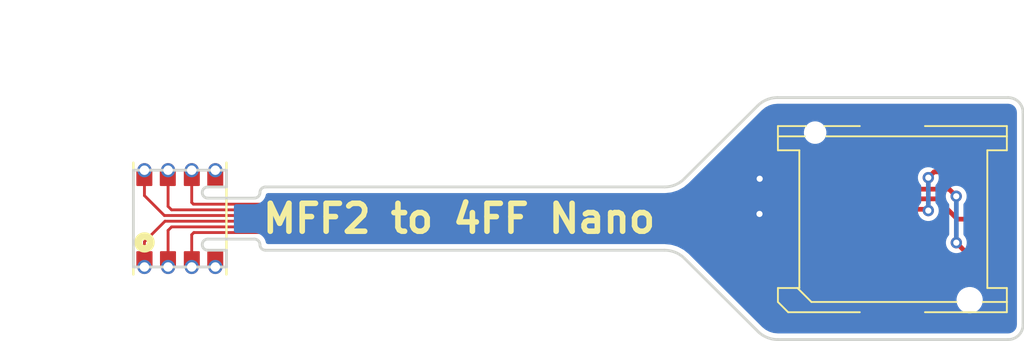
<source format=kicad_pcb>
(kicad_pcb (version 20171130) (host pcbnew "(5.1.6-87-g1447494bc)")

  (general
    (thickness 1.6)
    (drawings 67)
    (tracks 65)
    (zones 0)
    (modules 2)
    (nets 9)
  )

  (page USLetter)
  (title_block
    (title "MFF2 to 4FFNano Adapter")
    (date 2020-11-20)
    (rev v1.0)
    (company "Brett Walach")
  )

  (layers
    (0 F.Cu signal)
    (31 B.Cu signal)
    (33 F.Adhes user hide)
    (34 B.Paste user hide)
    (35 F.Paste user hide)
    (36 B.SilkS user)
    (37 F.SilkS user)
    (38 B.Mask user)
    (39 F.Mask user)
    (40 Dwgs.User user)
    (41 Cmts.User user hide)
    (42 Eco1.User user hide)
    (43 Eco2.User user hide)
    (44 Edge.Cuts user)
    (45 Margin user hide)
    (46 B.CrtYd user hide)
    (47 F.CrtYd user hide)
    (49 F.Fab user)
  )

  (setup
    (last_trace_width 0.1524)
    (user_trace_width 0.1524)
    (user_trace_width 0.254)
    (user_trace_width 0.4)
    (user_trace_width 0.6096)
    (trace_clearance 0.1524)
    (zone_clearance 0.254)
    (zone_45_only no)
    (trace_min 0.1524)
    (via_size 0.762)
    (via_drill 0.508)
    (via_min_size 0.6096)
    (via_min_drill 0.3302)
    (user_via 0.6096 0.3302)
    (user_via 1 0.6)
    (uvia_size 0.6858)
    (uvia_drill 0.3302)
    (uvias_allowed no)
    (uvia_min_size 0)
    (uvia_min_drill 0)
    (edge_width 0.15)
    (segment_width 0.2)
    (pcb_text_width 0.3)
    (pcb_text_size 1.5 1.5)
    (mod_edge_width 0.15)
    (mod_text_size 1 1)
    (mod_text_width 0.15)
    (pad_size 1.7 1.7)
    (pad_drill 1)
    (pad_to_mask_clearance 0.1)
    (aux_axis_origin 117.7 137.4)
    (grid_origin 117.7 137.4)
    (visible_elements FFFFEF7F)
    (pcbplotparams
      (layerselection 0x010fc_ffffffff)
      (usegerberextensions true)
      (usegerberattributes false)
      (usegerberadvancedattributes false)
      (creategerberjobfile false)
      (excludeedgelayer true)
      (linewidth 0.100000)
      (plotframeref false)
      (viasonmask false)
      (mode 1)
      (useauxorigin false)
      (hpglpennumber 1)
      (hpglpenspeed 20)
      (hpglpendiameter 15.000000)
      (psnegative false)
      (psa4output false)
      (plotreference true)
      (plotvalue true)
      (plotinvisibletext false)
      (padsonsilk false)
      (subtractmaskfromsilk false)
      (outputformat 1)
      (mirror false)
      (drillshape 0)
      (scaleselection 1)
      (outputdirectory "../gerbers"))
  )

  (net 0 "")
  (net 1 "Net-(U2-Pad4)")
  (net 2 "Net-(U2-Pad5)")
  (net 3 VPP)
  (net 4 MISO)
  (net 5 GND)
  (net 6 RST)
  (net 7 CLK)
  (net 8 +5V)

  (net_class Default "This is the default net class."
    (clearance 0.1524)
    (trace_width 0.254)
    (via_dia 0.762)
    (via_drill 0.508)
    (uvia_dia 0.6858)
    (uvia_drill 0.3302)
    (add_net +5V)
    (add_net CLK)
    (add_net GND)
    (add_net MISO)
    (add_net "Net-(U2-Pad4)")
    (add_net "Net-(U2-Pad5)")
    (add_net RST)
    (add_net VPP)
  )

  (net_class Large ""
    (clearance 0.254)
    (trace_width 0.61)
    (via_dia 1)
    (via_drill 0.6)
    (uvia_dia 0.6858)
    (uvia_drill 0.3302)
  )

  (module mff2-to-4ffnano:MFF2-castellated (layer F.Cu) (tedit 5FDD2F57) (tstamp 5FDDA739)
    (at 120.4 130.9 90)
    (path /5FCAEC80)
    (fp_text reference U2 (at -2.8 2.7) (layer F.SilkS) hide
      (effects (font (size 1.2065 1.2065) (thickness 0.09652)) (justify left bottom))
    )
    (fp_text value ESIMSON8 (at -3 4 -90) (layer F.Fab) hide
      (effects (font (size 1.2065 1.2065) (thickness 0.09652)) (justify left bottom))
    )
    (fp_text user "gnd pad" (at 0.02 0.85 90) (layer Dwgs.User)
      (effects (font (size 0.6 0.5) (thickness 0.025)))
    )
    (fp_text user bottom (at 0.01 0.06 90) (layer Dwgs.User)
      (effects (font (size 0.6 0.5) (thickness 0.025)))
    )
    (fp_text user "keep out" (at 0.01 -0.86 90) (layer Dwgs.User)
      (effects (font (size 0.6 0.5) (thickness 0.025)))
    )
    (fp_poly (pts (xy 2.6 2.28) (xy 1.8 2.28) (xy 1.8 1.52) (xy 2.6 1.52)) (layer F.Mask) (width 0.1))
    (fp_poly (pts (xy 2.6 1.02) (xy 1.8 1.02) (xy 1.8 0.26) (xy 2.6 0.26)) (layer F.Mask) (width 0.1))
    (fp_poly (pts (xy 2.6 -0.27) (xy 1.8 -0.27) (xy 1.8 -1.03) (xy 2.6 -1.03)) (layer F.Mask) (width 0.1))
    (fp_poly (pts (xy 2.6 -1.53) (xy 1.8 -1.53) (xy 1.8 -2.29) (xy 2.6 -2.29)) (layer F.Mask) (width 0.1))
    (fp_poly (pts (xy -1.8 2.28) (xy -2.6 2.28) (xy -2.6 1.52) (xy -1.8 1.52)) (layer F.Mask) (width 0.1))
    (fp_poly (pts (xy -1.8 1.02) (xy -2.6 1.02) (xy -2.6 0.26) (xy -1.8 0.26)) (layer F.Mask) (width 0.1))
    (fp_poly (pts (xy -1.8 -0.26) (xy -2.6 -0.26) (xy -2.6 -1.02) (xy -1.8 -1.02)) (layer F.Mask) (width 0.1))
    (fp_poly (pts (xy -1.8 -1.52) (xy -2.6 -1.52) (xy -2.6 -2.29) (xy -1.8 -2.29)) (layer F.Mask) (width 0.1))
    (fp_poly (pts (xy 2.6 2.28) (xy 1.8 2.28) (xy 1.8 1.52) (xy 2.6 1.52)) (layer F.Cu) (width 0.1))
    (fp_poly (pts (xy 2.6 1.02) (xy 1.8 1.02) (xy 1.8 0.26) (xy 2.6 0.26)) (layer F.Cu) (width 0.1))
    (fp_poly (pts (xy 2.6 -0.27) (xy 1.8 -0.27) (xy 1.8 -1.03) (xy 2.6 -1.03)) (layer F.Cu) (width 0.1))
    (fp_poly (pts (xy 2.6 -1.53) (xy 1.8 -1.53) (xy 1.8 -2.29) (xy 2.6 -2.29)) (layer F.Cu) (width 0.1))
    (fp_line (start -3 2.5) (end -3 -1.9) (layer F.Fab) (width 0.127))
    (fp_line (start -3 -1.9) (end -3 -2.5) (layer F.Fab) (width 0.127))
    (fp_line (start -3 -2.5) (end -2.4 -2.5) (layer F.Fab) (width 0.127))
    (fp_line (start -2.4 -2.5) (end 3 -2.5) (layer F.Fab) (width 0.127))
    (fp_line (start 3 -2.5) (end 3 2.5) (layer F.Fab) (width 0.127))
    (fp_line (start 3 2.5) (end -3 2.5) (layer F.Fab) (width 0.127))
    (fp_line (start -3 -2.5) (end -2.3 -2.5) (layer F.Fab) (width 0.127))
    (fp_circle (center -1.28 -1.9) (end -1.138582 -1.9) (layer F.SilkS) (width 0.4064))
    (fp_line (start 3 2.5) (end -3 2.5) (layer F.SilkS) (width 0.127))
    (fp_line (start -3 -2.5) (end 3 -2.5) (layer F.SilkS) (width 0.127))
    (fp_line (start -1.8 -2.3) (end -1.8 2.3) (layer Dwgs.User) (width 0.05))
    (fp_line (start -1.8 2.3) (end 1.8 2.3) (layer Dwgs.User) (width 0.05))
    (fp_line (start 1.8 2.3) (end 1.8 -2.3) (layer Dwgs.User) (width 0.05))
    (fp_line (start 1.8 -2.3) (end -1.8 -2.3) (layer Dwgs.User) (width 0.05))
    (fp_poly (pts (xy -1.8 -1.52) (xy -2.6 -1.52) (xy -2.6 -2.29) (xy -1.8 -2.29)) (layer F.Cu) (width 0.1))
    (fp_poly (pts (xy -1.8 -0.26) (xy -2.6 -0.26) (xy -2.6 -1.02) (xy -1.8 -1.02)) (layer F.Cu) (width 0.1))
    (fp_poly (pts (xy -1.8 1.02) (xy -2.6 1.02) (xy -2.6 0.26) (xy -1.8 0.26)) (layer F.Cu) (width 0.1))
    (fp_poly (pts (xy -1.8 2.28) (xy -2.6 2.28) (xy -2.6 1.52) (xy -1.8 1.52)) (layer F.Cu) (width 0.1))
    (pad 5 thru_hole circle (at 2.6 1.905 90) (size 0.762 0.762) (drill 0.508) (layers *.Cu *.Mask)
      (net 2 "Net-(U2-Pad5)"))
    (pad 6 thru_hole circle (at 2.6 0.635 90) (size 0.762 0.762) (drill 0.508) (layers *.Cu *.Mask)
      (net 7 CLK))
    (pad 7 thru_hole circle (at 2.6 -0.635 90) (size 0.762 0.762) (drill 0.508) (layers *.Cu *.Mask)
      (net 6 RST))
    (pad 8 thru_hole circle (at 2.6 -1.905 90) (size 0.762 0.762) (drill 0.508) (layers *.Cu *.Mask)
      (net 8 +5V))
    (pad 4 thru_hole circle (at -2.6 1.905 90) (size 0.762 0.762) (drill 0.508) (layers *.Cu *.Mask)
      (net 1 "Net-(U2-Pad4)"))
    (pad 3 thru_hole circle (at -2.6 0.635 90) (size 0.762 0.762) (drill 0.508) (layers *.Cu *.Mask)
      (net 4 MISO))
    (pad 2 thru_hole circle (at -2.6 -0.635 90) (size 0.762 0.762) (drill 0.508) (layers *.Cu *.Mask)
      (net 3 VPP))
    (pad 1 thru_hole circle (at -2.6 -1.905 90) (size 0.762 0.762) (drill 0.508) (layers *.Cu *.Mask)
      (net 5 GND))
  )

  (module mff2-to-4ffnano:GCT-SIM8100 (layer F.Cu) (tedit 0) (tstamp 5FCAAD58)
    (at 158.68 130.93 90)
    (path /5FCAD170)
    (fp_text reference U1 (at 5.21 4.29) (layer F.SilkS) hide
      (effects (font (size 1 1) (thickness 0.15)) (justify left bottom))
    )
    (fp_text value SIM-NANO-4FF (at -3.45 1.6 -90) (layer B.Fab)
      (effects (font (size 1.2065 1.2065) (thickness 0.09652)) (justify left bottom mirror))
    )
    (fp_line (start -5 -5.6) (end -5 6.15) (layer F.Fab) (width 0.1))
    (fp_line (start -5 6.15) (end -4.45 6.15) (layer F.Fab) (width 0.1))
    (fp_line (start -4.45 6.15) (end -3.7 6.15) (layer F.Fab) (width 0.1))
    (fp_line (start -3.7 6.15) (end -3.7 5.1) (layer F.Fab) (width 0.1))
    (fp_line (start -3.7 5.1) (end -3.4 5.1) (layer F.Fab) (width 0.1))
    (fp_line (start -3.4 5.1) (end -1.7 5.1) (layer F.Fab) (width 0.1))
    (fp_line (start -1.7 5.1) (end -0.85 5.1) (layer F.Fab) (width 0.1))
    (fp_line (start -0.85 5.1) (end 0.85 5.1) (layer F.Fab) (width 0.1))
    (fp_line (start 0.85 5.1) (end 1.7 5.1) (layer F.Fab) (width 0.1))
    (fp_line (start 1.7 5.1) (end 3.4 5.1) (layer F.Fab) (width 0.1))
    (fp_line (start 3.4 5.1) (end 3.7 5.1) (layer F.Fab) (width 0.1))
    (fp_line (start 3.7 5.1) (end 3.7 6.15) (layer F.Fab) (width 0.1))
    (fp_line (start 3.7 6.15) (end 4.45 6.15) (layer F.Fab) (width 0.1))
    (fp_line (start 4.45 6.15) (end 5 6.15) (layer F.Fab) (width 0.1))
    (fp_line (start 5 6.15) (end 5 -6.15) (layer F.Fab) (width 0.1))
    (fp_line (start 5 -6.15) (end 4.45 -6.15) (layer F.Fab) (width 0.1))
    (fp_line (start 4.45 -6.15) (end 3.7 -6.15) (layer F.Fab) (width 0.1))
    (fp_line (start 3.7 -6.15) (end 3.7 -5) (layer F.Fab) (width 0.1))
    (fp_line (start 3.7 -5) (end 3.4 -5) (layer F.Fab) (width 0.1))
    (fp_line (start 3.4 -5) (end 1.7 -5) (layer F.Fab) (width 0.1))
    (fp_line (start 1.7 -5) (end 0.85 -5) (layer F.Fab) (width 0.1))
    (fp_line (start 0.85 -5) (end -0.85 -5) (layer F.Fab) (width 0.1))
    (fp_line (start -0.85 -5) (end -1.7 -5) (layer F.Fab) (width 0.1))
    (fp_line (start -1.7 -5) (end -3.4 -5) (layer F.Fab) (width 0.1))
    (fp_line (start -3.4 -5) (end -3.7 -5) (layer F.Fab) (width 0.1))
    (fp_line (start -3.7 -5) (end -3.7 -5.1) (layer F.Fab) (width 0.1))
    (fp_line (start -3.7 -5.1) (end -3.7 -6.15) (layer F.Fab) (width 0.1))
    (fp_line (start -3.7 -6.15) (end -4.45 -6.15) (layer F.Fab) (width 0.1))
    (fp_line (start 4.45 -6.15) (end 4.45 6.15) (layer F.Fab) (width 0.1))
    (fp_line (start -4.45 -4.35) (end -4.45 6.15) (layer F.Fab) (width 0.1))
    (fp_line (start -3.7 -5.1) (end -4.45 -4.35) (layer F.Fab) (width 0.1))
    (fp_line (start -4.45 -6.15) (end -5 -5.6) (layer F.Fab) (width 0.1))
    (fp_line (start -2.2 -5.9) (end -2.2 -5.1) (layer F.Fab) (width 0.1))
    (fp_line (start -2.9 -5.9) (end -2.9 -5.1) (layer F.Fab) (width 0.1))
    (fp_line (start -2.9 -5.1) (end -3.4 -5.1) (layer F.Fab) (width 0.1))
    (fp_line (start -3.4 -5.1) (end -3.4 -5) (layer F.Fab) (width 0.1))
    (fp_line (start -2.2 -5.1) (end -1.7 -5.1) (layer F.Fab) (width 0.1))
    (fp_line (start -1.7 -5.1) (end -1.7 -5) (layer F.Fab) (width 0.1))
    (fp_line (start -0.35 -5.9) (end -0.35 -5.1) (layer F.Fab) (width 0.1))
    (fp_line (start -0.35 -5.1) (end -0.85 -5.1) (layer F.Fab) (width 0.1))
    (fp_line (start -0.85 -5.1) (end -0.85 -5) (layer F.Fab) (width 0.1))
    (fp_line (start 0.35 -5.9) (end 0.35 -5.1) (layer F.Fab) (width 0.1))
    (fp_line (start 0.35 -5.1) (end 0.85 -5.1) (layer F.Fab) (width 0.1))
    (fp_line (start 0.85 -5.1) (end 0.85 -5) (layer F.Fab) (width 0.1))
    (fp_line (start 2.2 -5.9) (end 2.2 -5.1) (layer F.Fab) (width 0.1))
    (fp_line (start 2.2 -5.1) (end 1.7 -5.1) (layer F.Fab) (width 0.1))
    (fp_line (start 1.7 -5.1) (end 1.7 -5) (layer F.Fab) (width 0.1))
    (fp_line (start 2.9 -5.9) (end 2.9 -5.1) (layer F.Fab) (width 0.1))
    (fp_line (start 2.9 -5.1) (end 3.4 -5.1) (layer F.Fab) (width 0.1))
    (fp_line (start 3.4 -5.1) (end 3.4 -5) (layer F.Fab) (width 0.1))
    (fp_line (start -2.9 5.9) (end -2.9 5.2) (layer F.Fab) (width 0.1))
    (fp_line (start -2.9 5.2) (end -3.4 5.2) (layer F.Fab) (width 0.1))
    (fp_line (start -3.4 5.2) (end -3.4 5.1) (layer F.Fab) (width 0.1))
    (fp_line (start -2.2 5.9) (end -2.2 5.2) (layer F.Fab) (width 0.1))
    (fp_line (start -2.2 5.2) (end -1.7 5.2) (layer F.Fab) (width 0.1))
    (fp_line (start 2.2 5.9) (end 2.2 5.2) (layer F.Fab) (width 0.1))
    (fp_line (start 2.2 5.2) (end 1.7 5.2) (layer F.Fab) (width 0.1))
    (fp_line (start 2.9 5.9) (end 2.9 5.2) (layer F.Fab) (width 0.1))
    (fp_line (start 2.9 5.2) (end 3.4 5.2) (layer F.Fab) (width 0.1))
    (fp_line (start 3.4 5.2) (end 3.4 5.1) (layer F.Fab) (width 0.1))
    (fp_line (start 1.7 5.2) (end 1.7 5.1) (layer F.Fab) (width 0.1))
    (fp_line (start -1.7 5.2) (end -1.7 5.1) (layer F.Fab) (width 0.1))
    (fp_line (start -0.35 5.9) (end -0.35 5.2) (layer F.Fab) (width 0.1))
    (fp_line (start -0.35 5.2) (end -0.85 5.2) (layer F.Fab) (width 0.1))
    (fp_line (start 0.35 5.9) (end 0.35 5.2) (layer F.Fab) (width 0.1))
    (fp_line (start 0.35 5.2) (end 0.85 5.2) (layer F.Fab) (width 0.1))
    (fp_line (start -0.85 5.2) (end -0.85 5.1) (layer F.Fab) (width 0.1))
    (fp_line (start 0.85 5.2) (end 0.85 5.1) (layer F.Fab) (width 0.1))
    (fp_line (start -3.7 -6.15) (end -4.45 -6.15) (layer F.SilkS) (width 0.1))
    (fp_line (start -4.45 -6.15) (end -5 -5.6) (layer F.SilkS) (width 0.1))
    (fp_line (start -5 -5.6) (end -5 -1.75) (layer F.SilkS) (width 0.1))
    (fp_line (start -3.7 -6.15) (end -3.7 -5.1) (layer F.SilkS) (width 0.1))
    (fp_line (start -3.7 -5.1) (end -3.7 -5) (layer F.SilkS) (width 0.1))
    (fp_line (start -3.7 -5) (end 3.7 -5) (layer F.SilkS) (width 0.1))
    (fp_line (start 3.7 -5) (end 3.7 -6.15) (layer F.SilkS) (width 0.1))
    (fp_line (start 3.7 -6.15) (end 4.45 -6.15) (layer F.SilkS) (width 0.1))
    (fp_line (start 4.45 -6.15) (end 5 -6.15) (layer F.SilkS) (width 0.1))
    (fp_line (start 5 1.75) (end 5 6.15) (layer F.SilkS) (width 0.1))
    (fp_line (start 5 6.15) (end 4.45 6.15) (layer F.SilkS) (width 0.1))
    (fp_line (start 4.45 6.15) (end 3.7 6.15) (layer F.SilkS) (width 0.1))
    (fp_line (start 3.7 6.15) (end 3.7 5.1) (layer F.SilkS) (width 0.1))
    (fp_line (start 3.7 5.1) (end -3.7 5.1) (layer F.SilkS) (width 0.1))
    (fp_line (start -3.7 5.1) (end -3.7 6.15) (layer F.SilkS) (width 0.1))
    (fp_line (start -3.7 6.15) (end -4.45 6.15) (layer F.SilkS) (width 0.1))
    (fp_line (start -4.45 6.15) (end -5 6.15) (layer F.SilkS) (width 0.1))
    (fp_line (start -5 6.15) (end -5 1.75) (layer F.SilkS) (width 0.1))
    (fp_line (start -3.7 -5.1) (end -4.45 -4.35) (layer F.SilkS) (width 0.1))
    (fp_line (start 4.45 -6.15) (end 4.45 -4.7) (layer F.SilkS) (width 0.1))
    (fp_line (start 4.45 -3.55) (end 4.45 6.15) (layer F.SilkS) (width 0.1))
    (fp_line (start 5 -6.15) (end 5 -4.65) (layer F.SilkS) (width 0.1))
    (fp_line (start 5 -3.65) (end 5 -1.75) (layer F.SilkS) (width 0.1))
    (fp_line (start -4.45 6.15) (end -4.45 4.85) (layer F.SilkS) (width 0.1))
    (fp_line (start -4.45 3.45) (end -4.45 -4.35) (layer F.SilkS) (width 0.1))
    (fp_arc (start -2.55 -5.780799) (end -2.9 -5.9) (angle 142.385248) (layer F.Fab) (width 0.1))
    (fp_arc (start 0 -5.779999) (end -0.35 -5.9) (angle 142.150711) (layer F.Fab) (width 0.1))
    (fp_arc (start 2.55 -5.7802) (end 2.2 -5.9) (angle 142.209315) (layer F.Fab) (width 0.1))
    (fp_arc (start -2.55 5.779999) (end -2.9 5.9) (angle -142.150711) (layer F.Fab) (width 0.1))
    (fp_arc (start 2.55 5.779999) (end 2.2 5.9) (angle -142.150711) (layer F.Fab) (width 0.1))
    (fp_arc (start 0 5.785) (end -0.35 5.9) (angle -143.621909) (layer F.Fab) (width 0.1))
    (pad C6 smd rect (at 0 -5.8 90) (size 1 1.1) (layers F.Cu F.Paste F.Mask)
      (net 3 VPP) (solder_mask_margin 0.1016))
    (pad C7 smd rect (at -2.54 -5.8 90) (size 1 1.1) (layers F.Cu F.Paste F.Mask)
      (net 4 MISO) (solder_mask_margin 0.1016))
    (pad C5 smd rect (at 2.54 -5.8 90) (size 1 1.1) (layers F.Cu F.Paste F.Mask)
      (net 5 GND) (solder_mask_margin 0.1016))
    (pad C2 smd rect (at 0 5.8 90) (size 1 1.1) (layers F.Cu F.Paste F.Mask)
      (net 6 RST) (solder_mask_margin 0.1016))
    (pad C3 smd rect (at -2.54 5.8 90) (size 1 1.1) (layers F.Cu F.Paste F.Mask)
      (net 7 CLK) (solder_mask_margin 0.1016))
    (pad C1 smd rect (at 2.54 5.8 90) (size 1 1.1) (layers F.Cu F.Paste F.Mask)
      (net 8 +5V) (solder_mask_margin 0.1016))
    (pad NC@1 smd rect (at -5.3 0 90) (size 1 3) (layers F.Cu F.Paste F.Mask)
      (solder_mask_margin 0.1016))
    (pad NC@2 smd rect (at 5.3 0 90) (size 1 3) (layers F.Cu F.Paste F.Mask)
      (solder_mask_margin 0.1016))
    (pad "" np_thru_hole circle (at 4.65 -4.15 90) (size 0.7 0.7) (drill 0.7) (layers *.Cu *.Mask))
    (pad "" np_thru_hole circle (at -4.35 4.15 90) (size 0.9 0.9) (drill 0.9) (layers *.Cu *.Mask))
  )

  (gr_text "MFF2 to 4FF Nano\n" (at 135.4 130.9) (layer F.SilkS)
    (effects (font (size 1.5 1.5) (thickness 0.3)))
  )
  (gr_arc (start 164.9 136.6) (end 164.9 137.4) (angle -90) (layer Edge.Cuts) (width 0.15))
  (gr_arc (start 164.9 125.2) (end 165.7 125.2) (angle -90) (layer Edge.Cuts) (width 0.15))
  (gr_arc (start 152.525 135.871931) (end 151.464341 136.97193) (angle -43.95690714) (layer Edge.Cuts) (width 0.15) (tstamp 5FDDCA3B))
  (gr_arc (start 146.43934 134.128069) (end 147.499999 133.02807) (angle -43.9569081) (layer Edge.Cuts) (width 0.15))
  (gr_arc (start 152.5 125.9) (end 152.5 124.4) (angle -45) (layer Edge.Cuts) (width 0.15) (tstamp 5FDDC9EE))
  (gr_arc (start 146.43934 127.7) (end 146.43934 129.2) (angle -45) (layer Edge.Cuts) (width 0.15))
  (gr_line (start 125 132.6) (end 146.43934 132.6) (layer Edge.Cuts) (width 0.15) (tstamp 5FDDC9D1))
  (gr_line (start 125 129.2) (end 146.43934 129.2) (layer Edge.Cuts) (width 0.15))
  (gr_arc (start 125 129.5) (end 125 129.2) (angle -90) (layer Edge.Cuts) (width 0.15))
  (gr_arc (start 124.4 129.5) (end 124.4 129.8) (angle -90) (layer Edge.Cuts) (width 0.15))
  (gr_line (start 121.9 129.8) (end 124.4 129.8) (layer Edge.Cuts) (width 0.15))
  (gr_arc (start 121.9 129.5) (end 121.9 129.2) (angle -180) (layer Edge.Cuts) (width 0.15))
  (gr_arc (start 125 132.3) (end 124.7 132.3) (angle -90) (layer Edge.Cuts) (width 0.15))
  (gr_arc (start 124.4 132.3) (end 124.7 132.3) (angle -90) (layer Edge.Cuts) (width 0.15))
  (gr_line (start 151.43934 124.83934) (end 147.5 128.76066) (layer Edge.Cuts) (width 0.15))
  (gr_line (start 122.9 129.2) (end 121.9 129.2) (layer Edge.Cuts) (width 0.15))
  (gr_arc (start 121.9 132.3) (end 121.9 132) (angle -180) (layer Edge.Cuts) (width 0.15))
  (gr_line (start 122.9 132.6) (end 121.9 132.6) (layer Edge.Cuts) (width 0.15))
  (gr_line (start 124.4 132) (end 121.9 132) (layer Edge.Cuts) (width 0.15))
  (gr_line (start 151.464341 136.97193) (end 147.499999 133.02807) (layer Edge.Cuts) (width 0.15))
  (gr_line (start 122.9 133.5) (end 122.9 132.6) (layer Edge.Cuts) (width 0.15))
  (gr_line (start 117.9 133.5) (end 122.9 133.5) (layer Edge.Cuts) (width 0.15))
  (gr_line (start 122.9 128.3) (end 122.9 129.2) (layer Edge.Cuts) (width 0.15))
  (gr_line (start 117.9 128.3) (end 122.9 128.3) (layer Edge.Cuts) (width 0.15))
  (dimension 13 (width 0.15) (layer Dwgs.User)
    (gr_text "13.000 mm" (at 114.4 130.9 90) (layer Dwgs.User)
      (effects (font (size 1 1) (thickness 0.15)))
    )
    (feature1 (pts (xy 117.7 124.4) (xy 115.113579 124.4)))
    (feature2 (pts (xy 117.7 137.4) (xy 115.113579 137.4)))
    (crossbar (pts (xy 115.7 137.4) (xy 115.7 124.4)))
    (arrow1a (pts (xy 115.7 124.4) (xy 116.286421 125.526504)))
    (arrow1b (pts (xy 115.7 124.4) (xy 115.113579 125.526504)))
    (arrow2a (pts (xy 115.7 137.4) (xy 116.286421 136.273496)))
    (arrow2b (pts (xy 115.7 137.4) (xy 115.113579 136.273496)))
  )
  (dimension 48 (width 0.15) (layer Dwgs.User)
    (gr_text "48.000 mm" (at 141.7 119.854033) (layer Dwgs.User)
      (effects (font (size 1 1) (thickness 0.15)))
    )
    (feature1 (pts (xy 117.7 123.8) (xy 117.7 120.567612)))
    (feature2 (pts (xy 165.7 123.8) (xy 165.7 120.567612)))
    (crossbar (pts (xy 165.7 121.154033) (xy 117.7 121.154033)))
    (arrow1a (pts (xy 117.7 121.154033) (xy 118.826504 120.567612)))
    (arrow1b (pts (xy 117.7 121.154033) (xy 118.826504 121.740454)))
    (arrow2a (pts (xy 165.7 121.154033) (xy 164.573496 120.567612)))
    (arrow2b (pts (xy 165.7 121.154033) (xy 164.573496 121.740454)))
  )
  (gr_line (start 118.25 133.1) (end 118.25 128.7) (layer Dwgs.User) (width 0.01) (tstamp 5FCAB8BB))
  (gr_line (start 122.55 133.1) (end 118.25 133.1) (layer Dwgs.User) (width 0.01) (tstamp 5FCAB8BA))
  (gr_line (start 122.55 128.7) (end 122.55 133.1) (layer Dwgs.User) (width 0.01) (tstamp 5FCAB8B9))
  (gr_line (start 118.25 128.7) (end 122.55 128.7) (layer Dwgs.User) (width 0.01) (tstamp 5FCAB8B8))
  (gr_line (start 122.06 134.05) (end 122.06 133.1) (layer Dwgs.User) (width 0.01) (tstamp 5FCAB87C))
  (gr_line (start 122.55 133.1) (end 122.55 134.05) (layer Dwgs.User) (width 0.01) (tstamp 5FCAB87B))
  (gr_line (start 122.55 134.05) (end 122.06 134.05) (layer Dwgs.User) (width 0.01) (tstamp 5FCAB87A))
  (gr_line (start 122.06 133.1) (end 122.55 133.1) (layer Dwgs.User) (width 0.01) (tstamp 5FCAB879))
  (gr_line (start 120.79 134.05) (end 120.79 133.1) (layer Dwgs.User) (width 0.01) (tstamp 5FCAB87C))
  (gr_line (start 121.28 133.1) (end 121.28 134.05) (layer Dwgs.User) (width 0.01) (tstamp 5FCAB87B))
  (gr_line (start 121.28 134.05) (end 120.79 134.05) (layer Dwgs.User) (width 0.01) (tstamp 5FCAB87A))
  (gr_line (start 120.79 133.1) (end 121.28 133.1) (layer Dwgs.User) (width 0.01) (tstamp 5FCAB879))
  (gr_line (start 119.52 134.05) (end 119.52 133.1) (layer Dwgs.User) (width 0.01) (tstamp 5FCAB87C))
  (gr_line (start 120.01 133.1) (end 120.01 134.05) (layer Dwgs.User) (width 0.01) (tstamp 5FCAB87B))
  (gr_line (start 120.01 134.05) (end 119.52 134.05) (layer Dwgs.User) (width 0.01) (tstamp 5FCAB87A))
  (gr_line (start 119.52 133.1) (end 120.01 133.1) (layer Dwgs.User) (width 0.01) (tstamp 5FCAB879))
  (gr_line (start 118.25 134.05) (end 118.25 133.1) (layer Dwgs.User) (width 0.01) (tstamp 5FCAB87C))
  (gr_line (start 118.74 133.1) (end 118.74 134.05) (layer Dwgs.User) (width 0.01) (tstamp 5FCAB87B))
  (gr_line (start 118.74 134.05) (end 118.25 134.05) (layer Dwgs.User) (width 0.01) (tstamp 5FCAB87A))
  (gr_line (start 118.25 133.1) (end 118.74 133.1) (layer Dwgs.User) (width 0.01) (tstamp 5FCAB879))
  (gr_line (start 122.06 128.7) (end 122.06 127.75) (layer Dwgs.User) (width 0.01) (tstamp 5FCAB87C))
  (gr_line (start 122.55 127.75) (end 122.55 128.7) (layer Dwgs.User) (width 0.01) (tstamp 5FCAB87B))
  (gr_line (start 122.55 128.7) (end 122.06 128.7) (layer Dwgs.User) (width 0.01) (tstamp 5FCAB87A))
  (gr_line (start 122.06 127.75) (end 122.55 127.75) (layer Dwgs.User) (width 0.01) (tstamp 5FCAB879))
  (gr_line (start 120.79 128.7) (end 120.79 127.75) (layer Dwgs.User) (width 0.01) (tstamp 5FCAB87C))
  (gr_line (start 121.28 127.75) (end 121.28 128.7) (layer Dwgs.User) (width 0.01) (tstamp 5FCAB87B))
  (gr_line (start 121.28 128.7) (end 120.79 128.7) (layer Dwgs.User) (width 0.01) (tstamp 5FCAB87A))
  (gr_line (start 120.79 127.75) (end 121.28 127.75) (layer Dwgs.User) (width 0.01) (tstamp 5FCAB879))
  (gr_line (start 119.52 128.7) (end 119.52 127.75) (layer Dwgs.User) (width 0.01) (tstamp 5FCAB87C))
  (gr_line (start 120.01 127.75) (end 120.01 128.7) (layer Dwgs.User) (width 0.01) (tstamp 5FCAB87B))
  (gr_line (start 120.01 128.7) (end 119.52 128.7) (layer Dwgs.User) (width 0.01) (tstamp 5FCAB87A))
  (gr_line (start 119.52 127.75) (end 120.01 127.75) (layer Dwgs.User) (width 0.01) (tstamp 5FCAB879))
  (gr_line (start 118.25 128.7) (end 118.25 127.75) (layer Dwgs.User) (width 0.01) (tstamp 5FCAB819))
  (gr_line (start 118.74 128.7) (end 118.25 128.7) (layer Dwgs.User) (width 0.01))
  (gr_line (start 118.74 127.75) (end 118.74 128.7) (layer Dwgs.User) (width 0.01))
  (gr_line (start 118.25 127.75) (end 118.74 127.75) (layer Dwgs.User) (width 0.01))
  (gr_line (start 152.525 137.4) (end 164.9 137.4) (angle 90) (layer Edge.Cuts) (width 0.15) (tstamp 5DE58491))
  (gr_line (start 165.7 136.6) (end 165.7 125.2) (angle 90) (layer Edge.Cuts) (width 0.15) (tstamp 5EE7CC9D))
  (gr_line (start 164.9 124.4) (end 152.5 124.4) (angle 90) (layer Edge.Cuts) (width 0.15) (tstamp 5DE58497))
  (gr_line (start 117.9 128.3) (end 117.9 133.5) (angle 90) (layer Edge.Cuts) (width 0.15) (tstamp 5DE59E28))

  (segment (start 119.765 131.535) (end 119.954811 131.345189) (width 0.1524) (layer F.Cu) (net 3))
  (segment (start 119.765 133.5) (end 119.765 131.535) (width 0.1524) (layer F.Cu) (net 3))
  (segment (start 152.464811 131.345189) (end 152.88 130.93) (width 0.1524) (layer F.Cu) (net 3))
  (segment (start 119.954811 131.345189) (end 152.464811 131.345189) (width 0.1524) (layer F.Cu) (net 3))
  (segment (start 121.035 132.895) (end 121.035 133.5) (width 0.1524) (layer F.Cu) (net 4))
  (segment (start 152.88 133.47) (end 152.82 133.47) (width 0.1524) (layer F.Cu) (net 4))
  (segment (start 121.035 131.765) (end 121.035 132.895) (width 0.1524) (layer F.Cu) (net 4))
  (segment (start 151 131.65) (end 121.15 131.65) (width 0.1524) (layer F.Cu) (net 4))
  (segment (start 121.15 131.65) (end 121.035 131.765) (width 0.1524) (layer F.Cu) (net 4))
  (segment (start 152.82 133.47) (end 151 131.65) (width 0.1524) (layer F.Cu) (net 4))
  (segment (start 152.87 128.4) (end 152.88 128.39) (width 0.1524) (layer F.Cu) (net 5))
  (via (at 151.54 130.65) (size 0.6096) (drill 0.3302) (layers F.Cu B.Cu) (net 5))
  (via (at 151.550006 128.76) (size 0.6096) (drill 0.3302) (layers F.Cu B.Cu) (net 5))
  (segment (start 151.54 130.65) (end 151.54 128.770006) (width 0.254) (layer B.Cu) (net 5))
  (segment (start 151.54 128.770006) (end 151.550006 128.76) (width 0.254) (layer B.Cu) (net 5))
  (segment (start 152.87 128.4) (end 151.910006 128.4) (width 0.254) (layer F.Cu) (net 5))
  (segment (start 151.910006 128.4) (end 151.550006 128.76) (width 0.254) (layer F.Cu) (net 5))
  (segment (start 151.149622 131.040378) (end 151.54 130.65) (width 0.1524) (layer F.Cu) (net 5))
  (segment (start 119.599622 131.040378) (end 151.149622 131.040378) (width 0.1524) (layer F.Cu) (net 5))
  (segment (start 118.495 132.145) (end 119.599622 131.040378) (width 0.1524) (layer F.Cu) (net 5))
  (segment (start 118.495 133.5) (end 118.495 132.145) (width 0.1524) (layer F.Cu) (net 5))
  (segment (start 155.21 129.84) (end 154.72 129.84) (width 0.254) (layer F.Cu) (net 6))
  (segment (start 161.08 129.84) (end 155.21 129.84) (width 0.254) (layer F.Cu) (net 6))
  (segment (start 162.17 130.93) (end 161.08 129.84) (width 0.254) (layer F.Cu) (net 6))
  (segment (start 164.48 130.93) (end 162.17 130.93) (width 0.254) (layer F.Cu) (net 6))
  (segment (start 154.595189 129.715189) (end 154.72 129.84) (width 0.1524) (layer F.Cu) (net 6))
  (segment (start 119.765 128.3) (end 119.765 130.245) (width 0.1524) (layer F.Cu) (net 6))
  (segment (start 151.083744 129.715189) (end 154.595189 129.715189) (width 0.1524) (layer F.Cu) (net 6))
  (segment (start 119.950756 130.430756) (end 150.368177 130.430756) (width 0.1524) (layer F.Cu) (net 6))
  (segment (start 119.765 130.245) (end 119.950756 130.430756) (width 0.1524) (layer F.Cu) (net 6))
  (segment (start 150.368177 130.430756) (end 151.083744 129.715189) (width 0.1524) (layer F.Cu) (net 6))
  (segment (start 164.47 133.46) (end 164.48 133.47) (width 0.1524) (layer F.Cu) (net 7))
  (segment (start 163.38 133.46) (end 162.115 132.195) (width 0.254) (layer F.Cu) (net 7))
  (via (at 162.115 132.195) (size 0.6096) (drill 0.3302) (layers F.Cu B.Cu) (net 7))
  (segment (start 164.47 133.46) (end 163.38 133.46) (width 0.254) (layer F.Cu) (net 7))
  (via (at 162.11 129.7) (size 0.6096) (drill 0.3302) (layers F.Cu B.Cu) (net 7))
  (segment (start 162.115 132.195) (end 162.115 129.705) (width 0.254) (layer B.Cu) (net 7))
  (segment (start 162.115 129.705) (end 162.11 129.7) (width 0.254) (layer B.Cu) (net 7))
  (segment (start 154.25 129.41) (end 154.34 129.32) (width 0.1524) (layer F.Cu) (net 7))
  (segment (start 150.957868 129.41) (end 154.25 129.41) (width 0.1524) (layer F.Cu) (net 7))
  (segment (start 150.247868 130.12) (end 150.957868 129.41) (width 0.1524) (layer F.Cu) (net 7))
  (segment (start 154.34 129.32) (end 160.140631 129.32) (width 0.254) (layer F.Cu) (net 7))
  (segment (start 160.140631 129.32) (end 160.141243 129.319388) (width 0.254) (layer F.Cu) (net 7))
  (segment (start 161.729388 129.319388) (end 162.11 129.7) (width 0.254) (layer F.Cu) (net 7))
  (segment (start 160.141243 129.319388) (end 161.729388 129.319388) (width 0.254) (layer F.Cu) (net 7))
  (segment (start 150.247868 130.12) (end 131.22 130.12) (width 0.1524) (layer F.Cu) (net 7))
  (segment (start 131.22 130.12) (end 131.214054 130.125946) (width 0.1524) (layer F.Cu) (net 7))
  (segment (start 131.214054 130.125946) (end 121.125946 130.125946) (width 0.1524) (layer F.Cu) (net 7))
  (segment (start 121.035 130.035) (end 121.035 128.50361) (width 0.1524) (layer F.Cu) (net 7))
  (segment (start 121.125946 130.125946) (end 121.035 130.035) (width 0.1524) (layer F.Cu) (net 7))
  (via (at 160.61 128.7) (size 0.6096) (drill 0.3302) (layers F.Cu B.Cu) (net 8))
  (segment (start 160.92 128.39) (end 164.48 128.39) (width 0.254) (layer F.Cu) (net 8))
  (segment (start 160.61 128.7) (end 160.92 128.39) (width 0.254) (layer F.Cu) (net 8))
  (segment (start 160.61 130.469998) (end 160.610002 130.47) (width 0.254) (layer B.Cu) (net 8))
  (via (at 160.610002 130.47) (size 0.6096) (drill 0.3302) (layers F.Cu B.Cu) (net 8))
  (segment (start 160.61 128.7) (end 160.61 130.469998) (width 0.254) (layer B.Cu) (net 8))
  (segment (start 160.540002 130.4) (end 160.610002 130.47) (width 0.254) (layer F.Cu) (net 8))
  (segment (start 154.63 130.4) (end 160.540002 130.4) (width 0.254) (layer F.Cu) (net 8))
  (segment (start 154.46 130.23) (end 154.63 130.4) (width 0.254) (layer F.Cu) (net 8))
  (segment (start 118.495 129.665) (end 118.495 128.3) (width 0.1524) (layer F.Cu) (net 8))
  (segment (start 119.565567 130.735567) (end 118.495 129.665) (width 0.1524) (layer F.Cu) (net 8))
  (segment (start 151.21 130.02) (end 150.494433 130.735567) (width 0.1524) (layer F.Cu) (net 8))
  (segment (start 150.494433 130.735567) (end 119.565567 130.735567) (width 0.1524) (layer F.Cu) (net 8))
  (segment (start 154.25 130.02) (end 151.21 130.02) (width 0.1524) (layer F.Cu) (net 8))
  (segment (start 154.46 130.23) (end 154.25 130.02) (width 0.1524) (layer F.Cu) (net 8))

  (zone (net 5) (net_name GND) (layer B.Cu) (tstamp 0) (hatch edge 0.508)
    (connect_pads (clearance 0.254))
    (min_thickness 0.254)
    (fill yes (arc_segments 32) (thermal_gap 0.508) (thermal_bridge_width 0.508))
    (polygon
      (pts
        (xy 124.5 132) (xy 123.3 132) (xy 123.3 129.8) (xy 124.5 129.8) (xy 125 129.2)
        (xy 135.95 129.2) (xy 146.6 129.2) (xy 147.4 128.8) (xy 151.7 124.6) (xy 152.4 124.4)
        (xy 165.1 124.4) (xy 165.6 124.8) (xy 165.7 136.8) (xy 165.2 137.4) (xy 152.4 137.4)
        (xy 151.6 137.1) (xy 147.4 132.9) (xy 146.6 132.6) (xy 125 132.6)
      )
    )
    (filled_polygon
      (pts
        (xy 164.966393 124.864697) (xy 165.030255 124.883978) (xy 165.089156 124.915296) (xy 165.140853 124.957459) (xy 165.183377 125.008862)
        (xy 165.215106 125.067543) (xy 165.234832 125.131269) (xy 165.244001 125.218506) (xy 165.244 136.577694) (xy 165.235303 136.666392)
        (xy 165.216022 136.730254) (xy 165.184703 136.789157) (xy 165.14254 136.840854) (xy 165.09114 136.883376) (xy 165.032456 136.915106)
        (xy 164.968734 136.934831) (xy 164.881503 136.944) (xy 152.547306 136.944) (xy 152.317192 136.921437) (xy 152.117298 136.861086)
        (xy 151.931442 136.762264) (xy 151.768795 136.631594) (xy 150.327911 135.198154) (xy 161.999 135.198154) (xy 161.999 135.361846)
        (xy 162.030935 135.522394) (xy 162.093577 135.673626) (xy 162.18452 135.809732) (xy 162.300268 135.92548) (xy 162.436374 136.016423)
        (xy 162.587606 136.079065) (xy 162.748154 136.111) (xy 162.911846 136.111) (xy 163.072394 136.079065) (xy 163.223626 136.016423)
        (xy 163.359732 135.92548) (xy 163.47548 135.809732) (xy 163.566423 135.673626) (xy 163.629065 135.522394) (xy 163.661 135.361846)
        (xy 163.661 135.198154) (xy 163.629065 135.037606) (xy 163.566423 134.886374) (xy 163.47548 134.750268) (xy 163.359732 134.63452)
        (xy 163.223626 134.543577) (xy 163.072394 134.480935) (xy 162.911846 134.449) (xy 162.748154 134.449) (xy 162.587606 134.480935)
        (xy 162.436374 134.543577) (xy 162.300268 134.63452) (xy 162.18452 134.750268) (xy 162.093577 134.886374) (xy 162.030935 135.037606)
        (xy 161.999 135.198154) (xy 150.327911 135.198154) (xy 147.805724 132.688998) (xy 147.753576 132.646428) (xy 147.751992 132.645587)
        (xy 147.570557 132.499822) (xy 147.537363 132.478118) (xy 147.50464 132.455712) (xy 147.499039 132.452684) (xy 147.235721 132.312675)
        (xy 147.19752 132.29693) (xy 147.159522 132.280643) (xy 147.153444 132.278762) (xy 147.153438 132.27876) (xy 146.867941 132.192564)
        (xy 146.827423 132.184541) (xy 146.786973 132.175943) (xy 146.780641 132.175278) (xy 146.483838 132.146176) (xy 146.483833 132.146176)
        (xy 146.461739 132.144) (xy 125.137629 132.144) (xy 125.13132 132.110929) (xy 125.12948 132.104833) (xy 125.112166 132.048901)
        (xy 125.09613 132.010753) (xy 125.080667 131.97248) (xy 125.077685 131.966872) (xy 125.077679 131.966859) (xy 125.077672 131.966848)
        (xy 125.049829 131.915355) (xy 125.026723 131.881099) (xy 125.004088 131.846509) (xy 125.000064 131.841575) (xy 124.962743 131.796462)
        (xy 124.933409 131.767333) (xy 124.9045 131.737811) (xy 124.899594 131.733753) (xy 124.854221 131.696748) (xy 124.819793 131.673874)
        (xy 124.785702 131.65053) (xy 124.780101 131.647502) (xy 124.728405 131.620014) (xy 124.690159 131.604249) (xy 124.652203 131.587981)
        (xy 124.646137 131.586104) (xy 124.646125 131.586099) (xy 124.646113 131.586097) (xy 124.59007 131.569176) (xy 124.549533 131.561149)
        (xy 124.509096 131.552554) (xy 124.502775 131.55189) (xy 124.502769 131.551889) (xy 124.502764 131.551889) (xy 124.444495 131.546176)
        (xy 124.444493 131.546176) (xy 124.422399 131.544) (xy 123.427 131.544) (xy 123.427 130.256) (xy 124.422399 130.256)
        (xy 124.441644 130.254105) (xy 124.443421 130.254117) (xy 124.449758 130.253495) (xy 124.478412 130.250483) (xy 124.489392 130.249402)
        (xy 124.489758 130.249291) (xy 124.507987 130.247375) (xy 124.548498 130.23906) (xy 124.589072 130.23132) (xy 124.595161 130.229482)
        (xy 124.595165 130.229481) (xy 124.595168 130.22948) (xy 124.651099 130.212165) (xy 124.689172 130.196161) (xy 124.727521 130.180667)
        (xy 124.733137 130.17768) (xy 124.733141 130.177678) (xy 124.733144 130.177676) (xy 124.784645 130.149829) (xy 124.818875 130.126741)
        (xy 124.853491 130.104089) (xy 124.858425 130.100064) (xy 124.903537 130.062743) (xy 124.932665 130.033412) (xy 124.962189 130.0045)
        (xy 124.966242 129.9996) (xy 124.966247 129.999595) (xy 124.966251 129.99959) (xy 125.003252 129.954221) (xy 125.026116 129.919808)
        (xy 125.04947 129.885702) (xy 125.052498 129.880101) (xy 125.079986 129.828404) (xy 125.09574 129.790184) (xy 125.112019 129.752203)
        (xy 125.113897 129.746133) (xy 125.113901 129.746124) (xy 125.113903 129.746115) (xy 125.130824 129.69007) (xy 125.13757 129.656)
        (xy 146.461739 129.656) (xy 146.479915 129.65421) (xy 146.484319 129.654256) (xy 146.490658 129.653657) (xy 146.781908 129.624073)
        (xy 146.822458 129.615897) (xy 146.863047 129.608301) (xy 146.869148 129.606482) (xy 147.149105 129.52089) (xy 147.187239 129.505016)
        (xy 147.225634 129.48966) (xy 147.231266 129.48669) (xy 147.489266 129.348352) (xy 147.523615 129.325357) (xy 147.558272 129.302851)
        (xy 147.563213 129.298849) (xy 147.56322 129.298844) (xy 147.563226 129.298838) (xy 147.789076 129.113323) (xy 147.805825 129.099641)
        (xy 148.275157 128.632455) (xy 159.9242 128.632455) (xy 159.9242 128.767545) (xy 159.950555 128.90004) (xy 160.002252 129.024848)
        (xy 160.077305 129.137172) (xy 160.102 129.161867) (xy 160.102001 130.008134) (xy 160.077307 130.032828) (xy 160.002254 130.145152)
        (xy 159.950557 130.26996) (xy 159.924202 130.402455) (xy 159.924202 130.537545) (xy 159.950557 130.67004) (xy 160.002254 130.794848)
        (xy 160.077307 130.907172) (xy 160.17283 131.002695) (xy 160.285154 131.077748) (xy 160.409962 131.129445) (xy 160.542457 131.1558)
        (xy 160.677547 131.1558) (xy 160.810042 131.129445) (xy 160.93485 131.077748) (xy 161.047174 131.002695) (xy 161.142697 130.907172)
        (xy 161.21775 130.794848) (xy 161.269447 130.67004) (xy 161.295802 130.537545) (xy 161.295802 130.402455) (xy 161.269447 130.26996)
        (xy 161.21775 130.145152) (xy 161.142697 130.032828) (xy 161.118 130.008131) (xy 161.118 129.632455) (xy 161.4242 129.632455)
        (xy 161.4242 129.767545) (xy 161.450555 129.90004) (xy 161.502252 130.024848) (xy 161.577305 130.137172) (xy 161.607001 130.166868)
        (xy 161.607 131.733133) (xy 161.582305 131.757828) (xy 161.507252 131.870152) (xy 161.455555 131.99496) (xy 161.4292 132.127455)
        (xy 161.4292 132.262545) (xy 161.455555 132.39504) (xy 161.507252 132.519848) (xy 161.582305 132.632172) (xy 161.677828 132.727695)
        (xy 161.790152 132.802748) (xy 161.91496 132.854445) (xy 162.047455 132.8808) (xy 162.182545 132.8808) (xy 162.31504 132.854445)
        (xy 162.439848 132.802748) (xy 162.552172 132.727695) (xy 162.647695 132.632172) (xy 162.722748 132.519848) (xy 162.774445 132.39504)
        (xy 162.8008 132.262545) (xy 162.8008 132.127455) (xy 162.774445 131.99496) (xy 162.722748 131.870152) (xy 162.647695 131.757828)
        (xy 162.623 131.733133) (xy 162.623 130.156867) (xy 162.642695 130.137172) (xy 162.717748 130.024848) (xy 162.769445 129.90004)
        (xy 162.7958 129.767545) (xy 162.7958 129.632455) (xy 162.769445 129.49996) (xy 162.717748 129.375152) (xy 162.642695 129.262828)
        (xy 162.547172 129.167305) (xy 162.434848 129.092252) (xy 162.31004 129.040555) (xy 162.177545 129.0142) (xy 162.042455 129.0142)
        (xy 161.90996 129.040555) (xy 161.785152 129.092252) (xy 161.672828 129.167305) (xy 161.577305 129.262828) (xy 161.502252 129.375152)
        (xy 161.450555 129.49996) (xy 161.4242 129.632455) (xy 161.118 129.632455) (xy 161.118 129.161867) (xy 161.142695 129.137172)
        (xy 161.217748 129.024848) (xy 161.269445 128.90004) (xy 161.2958 128.767545) (xy 161.2958 128.632455) (xy 161.269445 128.49996)
        (xy 161.217748 128.375152) (xy 161.142695 128.262828) (xy 161.047172 128.167305) (xy 160.934848 128.092252) (xy 160.81004 128.040555)
        (xy 160.677545 128.0142) (xy 160.542455 128.0142) (xy 160.40996 128.040555) (xy 160.285152 128.092252) (xy 160.172828 128.167305)
        (xy 160.077305 128.262828) (xy 160.002252 128.375152) (xy 159.950555 128.49996) (xy 159.9242 128.632455) (xy 148.275157 128.632455)
        (xy 150.710751 126.208003) (xy 153.799 126.208003) (xy 153.799 126.351997) (xy 153.827092 126.493225) (xy 153.882196 126.626258)
        (xy 153.962195 126.745985) (xy 154.064015 126.847805) (xy 154.183742 126.927804) (xy 154.316775 126.982908) (xy 154.458003 127.011)
        (xy 154.601997 127.011) (xy 154.743225 126.982908) (xy 154.876258 126.927804) (xy 154.995985 126.847805) (xy 155.097805 126.745985)
        (xy 155.177804 126.626258) (xy 155.232908 126.493225) (xy 155.261 126.351997) (xy 155.261 126.208003) (xy 155.232908 126.066775)
        (xy 155.177804 125.933742) (xy 155.097805 125.814015) (xy 154.995985 125.712195) (xy 154.876258 125.632196) (xy 154.743225 125.577092)
        (xy 154.601997 125.549) (xy 154.458003 125.549) (xy 154.316775 125.577092) (xy 154.183742 125.632196) (xy 154.064015 125.712195)
        (xy 153.962195 125.814015) (xy 153.882196 125.933742) (xy 153.827092 126.066775) (xy 153.799 126.208003) (xy 150.710751 126.208003)
        (xy 151.745608 125.177881) (xy 151.92044 125.034272) (xy 152.099638 124.938187) (xy 152.294077 124.878741) (xy 152.517957 124.856)
        (xy 164.877694 124.856)
      )
    )
  )
)

</source>
